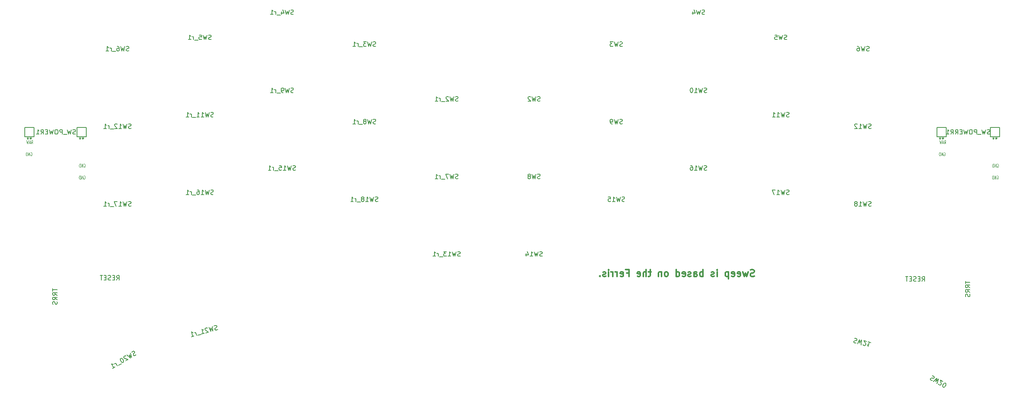
<source format=gbr>
%TF.GenerationSoftware,KiCad,Pcbnew,(6.0.2)*%
%TF.CreationDate,2022-03-10T12:39:36+08:00*%
%TF.ProjectId,sweepv2.1,73776565-7076-4322-9e31-2e6b69636164,rev?*%
%TF.SameCoordinates,Original*%
%TF.FileFunction,Legend,Bot*%
%TF.FilePolarity,Positive*%
%FSLAX46Y46*%
G04 Gerber Fmt 4.6, Leading zero omitted, Abs format (unit mm)*
G04 Created by KiCad (PCBNEW (6.0.2)) date 2022-03-10 12:39:36*
%MOMM*%
%LPD*%
G01*
G04 APERTURE LIST*
%ADD10C,0.300000*%
%ADD11C,0.125000*%
%ADD12C,0.150000*%
G04 APERTURE END LIST*
D10*
X183298571Y-82395142D02*
X183084285Y-82466571D01*
X182727142Y-82466571D01*
X182584285Y-82395142D01*
X182512857Y-82323714D01*
X182441428Y-82180857D01*
X182441428Y-82038000D01*
X182512857Y-81895142D01*
X182584285Y-81823714D01*
X182727142Y-81752285D01*
X183012857Y-81680857D01*
X183155714Y-81609428D01*
X183227142Y-81538000D01*
X183298571Y-81395142D01*
X183298571Y-81252285D01*
X183227142Y-81109428D01*
X183155714Y-81038000D01*
X183012857Y-80966571D01*
X182655714Y-80966571D01*
X182441428Y-81038000D01*
X181941428Y-81466571D02*
X181655714Y-82466571D01*
X181370000Y-81752285D01*
X181084285Y-82466571D01*
X180798571Y-81466571D01*
X179655714Y-82395142D02*
X179798571Y-82466571D01*
X180084285Y-82466571D01*
X180227142Y-82395142D01*
X180298571Y-82252285D01*
X180298571Y-81680857D01*
X180227142Y-81538000D01*
X180084285Y-81466571D01*
X179798571Y-81466571D01*
X179655714Y-81538000D01*
X179584285Y-81680857D01*
X179584285Y-81823714D01*
X180298571Y-81966571D01*
X178370000Y-82395142D02*
X178512857Y-82466571D01*
X178798571Y-82466571D01*
X178941428Y-82395142D01*
X179012857Y-82252285D01*
X179012857Y-81680857D01*
X178941428Y-81538000D01*
X178798571Y-81466571D01*
X178512857Y-81466571D01*
X178370000Y-81538000D01*
X178298571Y-81680857D01*
X178298571Y-81823714D01*
X179012857Y-81966571D01*
X177655714Y-81466571D02*
X177655714Y-82966571D01*
X177655714Y-81538000D02*
X177512857Y-81466571D01*
X177227142Y-81466571D01*
X177084285Y-81538000D01*
X177012857Y-81609428D01*
X176941428Y-81752285D01*
X176941428Y-82180857D01*
X177012857Y-82323714D01*
X177084285Y-82395142D01*
X177227142Y-82466571D01*
X177512857Y-82466571D01*
X177655714Y-82395142D01*
X175155714Y-82466571D02*
X175155714Y-81466571D01*
X175155714Y-80966571D02*
X175227142Y-81038000D01*
X175155714Y-81109428D01*
X175084285Y-81038000D01*
X175155714Y-80966571D01*
X175155714Y-81109428D01*
X174512857Y-82395142D02*
X174370000Y-82466571D01*
X174084285Y-82466571D01*
X173941428Y-82395142D01*
X173870000Y-82252285D01*
X173870000Y-82180857D01*
X173941428Y-82038000D01*
X174084285Y-81966571D01*
X174298571Y-81966571D01*
X174441428Y-81895142D01*
X174512857Y-81752285D01*
X174512857Y-81680857D01*
X174441428Y-81538000D01*
X174298571Y-81466571D01*
X174084285Y-81466571D01*
X173941428Y-81538000D01*
X172084285Y-82466571D02*
X172084285Y-80966571D01*
X172084285Y-81538000D02*
X171941428Y-81466571D01*
X171655714Y-81466571D01*
X171512857Y-81538000D01*
X171441428Y-81609428D01*
X171370000Y-81752285D01*
X171370000Y-82180857D01*
X171441428Y-82323714D01*
X171512857Y-82395142D01*
X171655714Y-82466571D01*
X171941428Y-82466571D01*
X172084285Y-82395142D01*
X170084285Y-82466571D02*
X170084285Y-81680857D01*
X170155714Y-81538000D01*
X170298571Y-81466571D01*
X170584285Y-81466571D01*
X170727142Y-81538000D01*
X170084285Y-82395142D02*
X170227142Y-82466571D01*
X170584285Y-82466571D01*
X170727142Y-82395142D01*
X170798571Y-82252285D01*
X170798571Y-82109428D01*
X170727142Y-81966571D01*
X170584285Y-81895142D01*
X170227142Y-81895142D01*
X170084285Y-81823714D01*
X169441428Y-82395142D02*
X169298571Y-82466571D01*
X169012857Y-82466571D01*
X168870000Y-82395142D01*
X168798571Y-82252285D01*
X168798571Y-82180857D01*
X168870000Y-82038000D01*
X169012857Y-81966571D01*
X169227142Y-81966571D01*
X169370000Y-81895142D01*
X169441428Y-81752285D01*
X169441428Y-81680857D01*
X169370000Y-81538000D01*
X169227142Y-81466571D01*
X169012857Y-81466571D01*
X168870000Y-81538000D01*
X167584285Y-82395142D02*
X167727142Y-82466571D01*
X168012857Y-82466571D01*
X168155714Y-82395142D01*
X168227142Y-82252285D01*
X168227142Y-81680857D01*
X168155714Y-81538000D01*
X168012857Y-81466571D01*
X167727142Y-81466571D01*
X167584285Y-81538000D01*
X167512857Y-81680857D01*
X167512857Y-81823714D01*
X168227142Y-81966571D01*
X166227142Y-82466571D02*
X166227142Y-80966571D01*
X166227142Y-82395142D02*
X166370000Y-82466571D01*
X166655714Y-82466571D01*
X166798571Y-82395142D01*
X166870000Y-82323714D01*
X166941428Y-82180857D01*
X166941428Y-81752285D01*
X166870000Y-81609428D01*
X166798571Y-81538000D01*
X166655714Y-81466571D01*
X166370000Y-81466571D01*
X166227142Y-81538000D01*
X164155714Y-82466571D02*
X164298571Y-82395142D01*
X164370000Y-82323714D01*
X164441428Y-82180857D01*
X164441428Y-81752285D01*
X164370000Y-81609428D01*
X164298571Y-81538000D01*
X164155714Y-81466571D01*
X163941428Y-81466571D01*
X163798571Y-81538000D01*
X163727142Y-81609428D01*
X163655714Y-81752285D01*
X163655714Y-82180857D01*
X163727142Y-82323714D01*
X163798571Y-82395142D01*
X163941428Y-82466571D01*
X164155714Y-82466571D01*
X163012857Y-81466571D02*
X163012857Y-82466571D01*
X163012857Y-81609428D02*
X162941428Y-81538000D01*
X162798571Y-81466571D01*
X162584285Y-81466571D01*
X162441428Y-81538000D01*
X162370000Y-81680857D01*
X162370000Y-82466571D01*
X160727142Y-81466571D02*
X160155714Y-81466571D01*
X160512857Y-80966571D02*
X160512857Y-82252285D01*
X160441428Y-82395142D01*
X160298571Y-82466571D01*
X160155714Y-82466571D01*
X159655714Y-82466571D02*
X159655714Y-80966571D01*
X159012857Y-82466571D02*
X159012857Y-81680857D01*
X159084285Y-81538000D01*
X159227142Y-81466571D01*
X159441428Y-81466571D01*
X159584285Y-81538000D01*
X159655714Y-81609428D01*
X157727142Y-82395142D02*
X157870000Y-82466571D01*
X158155714Y-82466571D01*
X158298571Y-82395142D01*
X158370000Y-82252285D01*
X158370000Y-81680857D01*
X158298571Y-81538000D01*
X158155714Y-81466571D01*
X157870000Y-81466571D01*
X157727142Y-81538000D01*
X157655714Y-81680857D01*
X157655714Y-81823714D01*
X158370000Y-81966571D01*
X155370000Y-81680857D02*
X155870000Y-81680857D01*
X155870000Y-82466571D02*
X155870000Y-80966571D01*
X155155714Y-80966571D01*
X154012857Y-82395142D02*
X154155714Y-82466571D01*
X154441428Y-82466571D01*
X154584285Y-82395142D01*
X154655714Y-82252285D01*
X154655714Y-81680857D01*
X154584285Y-81538000D01*
X154441428Y-81466571D01*
X154155714Y-81466571D01*
X154012857Y-81538000D01*
X153941428Y-81680857D01*
X153941428Y-81823714D01*
X154655714Y-81966571D01*
X153298571Y-82466571D02*
X153298571Y-81466571D01*
X153298571Y-81752285D02*
X153227142Y-81609428D01*
X153155714Y-81538000D01*
X153012857Y-81466571D01*
X152870000Y-81466571D01*
X152370000Y-82466571D02*
X152370000Y-81466571D01*
X152370000Y-81752285D02*
X152298571Y-81609428D01*
X152227142Y-81538000D01*
X152084285Y-81466571D01*
X151941428Y-81466571D01*
X151441428Y-82466571D02*
X151441428Y-81466571D01*
X151441428Y-80966571D02*
X151512857Y-81038000D01*
X151441428Y-81109428D01*
X151370000Y-81038000D01*
X151441428Y-80966571D01*
X151441428Y-81109428D01*
X150798571Y-82395142D02*
X150655714Y-82466571D01*
X150370000Y-82466571D01*
X150227142Y-82395142D01*
X150155714Y-82252285D01*
X150155714Y-82180857D01*
X150227142Y-82038000D01*
X150370000Y-81966571D01*
X150584285Y-81966571D01*
X150727142Y-81895142D01*
X150798571Y-81752285D01*
X150798571Y-81680857D01*
X150727142Y-81538000D01*
X150584285Y-81466571D01*
X150370000Y-81466571D01*
X150227142Y-81538000D01*
X149512857Y-82323714D02*
X149441428Y-82395142D01*
X149512857Y-82466571D01*
X149584285Y-82395142D01*
X149512857Y-82323714D01*
X149512857Y-82466571D01*
D11*
%TO.C,U1*%
X224788952Y-55309000D02*
X224836571Y-55273285D01*
X224908000Y-55273285D01*
X224979428Y-55309000D01*
X225027047Y-55380428D01*
X225050857Y-55451857D01*
X225074666Y-55594714D01*
X225074666Y-55701857D01*
X225050857Y-55844714D01*
X225027047Y-55916142D01*
X224979428Y-55987571D01*
X224908000Y-56023285D01*
X224860380Y-56023285D01*
X224788952Y-55987571D01*
X224765142Y-55951857D01*
X224765142Y-55701857D01*
X224860380Y-55701857D01*
X224550857Y-56023285D02*
X224550857Y-55273285D01*
X224265142Y-56023285D01*
X224265142Y-55273285D01*
X224027047Y-56023285D02*
X224027047Y-55273285D01*
X223908000Y-55273285D01*
X223836571Y-55309000D01*
X223788952Y-55380428D01*
X223765142Y-55451857D01*
X223741333Y-55594714D01*
X223741333Y-55701857D01*
X223765142Y-55844714D01*
X223788952Y-55916142D01*
X223836571Y-55987571D01*
X223908000Y-56023285D01*
X224027047Y-56023285D01*
X236418952Y-60419000D02*
X236466571Y-60383285D01*
X236538000Y-60383285D01*
X236609428Y-60419000D01*
X236657047Y-60490428D01*
X236680857Y-60561857D01*
X236704666Y-60704714D01*
X236704666Y-60811857D01*
X236680857Y-60954714D01*
X236657047Y-61026142D01*
X236609428Y-61097571D01*
X236538000Y-61133285D01*
X236490380Y-61133285D01*
X236418952Y-61097571D01*
X236395142Y-61061857D01*
X236395142Y-60811857D01*
X236490380Y-60811857D01*
X236180857Y-61133285D02*
X236180857Y-60383285D01*
X235895142Y-61133285D01*
X235895142Y-60383285D01*
X235657047Y-61133285D02*
X235657047Y-60383285D01*
X235538000Y-60383285D01*
X235466571Y-60419000D01*
X235418952Y-60490428D01*
X235395142Y-60561857D01*
X235371333Y-60704714D01*
X235371333Y-60811857D01*
X235395142Y-60954714D01*
X235418952Y-61026142D01*
X235466571Y-61097571D01*
X235538000Y-61133285D01*
X235657047Y-61133285D01*
D12*
D11*
X224883238Y-53383285D02*
X225049904Y-53026142D01*
X225168952Y-53383285D02*
X225168952Y-52633285D01*
X224978476Y-52633285D01*
X224930857Y-52669000D01*
X224907047Y-52704714D01*
X224883238Y-52776142D01*
X224883238Y-52883285D01*
X224907047Y-52954714D01*
X224930857Y-52990428D01*
X224978476Y-53026142D01*
X225168952Y-53026142D01*
X224692761Y-53169000D02*
X224454666Y-53169000D01*
X224740380Y-53383285D02*
X224573714Y-52633285D01*
X224407047Y-53383285D01*
X224288000Y-52633285D02*
X224168952Y-53383285D01*
X224073714Y-52847571D01*
X223978476Y-53383285D01*
X223859428Y-52633285D01*
X236438952Y-57839000D02*
X236486571Y-57803285D01*
X236558000Y-57803285D01*
X236629428Y-57839000D01*
X236677047Y-57910428D01*
X236700857Y-57981857D01*
X236724666Y-58124714D01*
X236724666Y-58231857D01*
X236700857Y-58374714D01*
X236677047Y-58446142D01*
X236629428Y-58517571D01*
X236558000Y-58553285D01*
X236510380Y-58553285D01*
X236438952Y-58517571D01*
X236415142Y-58481857D01*
X236415142Y-58231857D01*
X236510380Y-58231857D01*
X236200857Y-58553285D02*
X236200857Y-57803285D01*
X235915142Y-58553285D01*
X235915142Y-57803285D01*
X235677047Y-58553285D02*
X235677047Y-57803285D01*
X235558000Y-57803285D01*
X235486571Y-57839000D01*
X235438952Y-57910428D01*
X235415142Y-57981857D01*
X235391333Y-58124714D01*
X235391333Y-58231857D01*
X235415142Y-58374714D01*
X235438952Y-58446142D01*
X235486571Y-58517571D01*
X235558000Y-58553285D01*
X235677047Y-58553285D01*
D12*
%TO.C,J2*%
X229512880Y-83464595D02*
X229512880Y-84036023D01*
X230512880Y-83750309D02*
X229512880Y-83750309D01*
X230512880Y-84940785D02*
X230036690Y-84607452D01*
X230512880Y-84369357D02*
X229512880Y-84369357D01*
X229512880Y-84750309D01*
X229560500Y-84845547D01*
X229608119Y-84893166D01*
X229703357Y-84940785D01*
X229846214Y-84940785D01*
X229941452Y-84893166D01*
X229989071Y-84845547D01*
X230036690Y-84750309D01*
X230036690Y-84369357D01*
X230512880Y-85940785D02*
X230036690Y-85607452D01*
X230512880Y-85369357D02*
X229512880Y-85369357D01*
X229512880Y-85750309D01*
X229560500Y-85845547D01*
X229608119Y-85893166D01*
X229703357Y-85940785D01*
X229846214Y-85940785D01*
X229941452Y-85893166D01*
X229989071Y-85845547D01*
X230036690Y-85750309D01*
X230036690Y-85369357D01*
X230465261Y-86321738D02*
X230512880Y-86464595D01*
X230512880Y-86702690D01*
X230465261Y-86797928D01*
X230417642Y-86845547D01*
X230322404Y-86893166D01*
X230227166Y-86893166D01*
X230131928Y-86845547D01*
X230084309Y-86797928D01*
X230036690Y-86702690D01*
X229989071Y-86512214D01*
X229941452Y-86416976D01*
X229893833Y-86369357D01*
X229798595Y-86321738D01*
X229703357Y-86321738D01*
X229608119Y-86369357D01*
X229560500Y-86416976D01*
X229512880Y-86512214D01*
X229512880Y-86750309D01*
X229560500Y-86893166D01*
%TO.C,SW16*%
X172905523Y-59120761D02*
X172762666Y-59168380D01*
X172524571Y-59168380D01*
X172429333Y-59120761D01*
X172381714Y-59073142D01*
X172334095Y-58977904D01*
X172334095Y-58882666D01*
X172381714Y-58787428D01*
X172429333Y-58739809D01*
X172524571Y-58692190D01*
X172715047Y-58644571D01*
X172810285Y-58596952D01*
X172857904Y-58549333D01*
X172905523Y-58454095D01*
X172905523Y-58358857D01*
X172857904Y-58263619D01*
X172810285Y-58216000D01*
X172715047Y-58168380D01*
X172476952Y-58168380D01*
X172334095Y-58216000D01*
X172000761Y-58168380D02*
X171762666Y-59168380D01*
X171572190Y-58454095D01*
X171381714Y-59168380D01*
X171143619Y-58168380D01*
X170238857Y-59168380D02*
X170810285Y-59168380D01*
X170524571Y-59168380D02*
X170524571Y-58168380D01*
X170619809Y-58311238D01*
X170715047Y-58406476D01*
X170810285Y-58454095D01*
X169381714Y-58168380D02*
X169572190Y-58168380D01*
X169667428Y-58216000D01*
X169715047Y-58263619D01*
X169810285Y-58406476D01*
X169857904Y-58596952D01*
X169857904Y-58977904D01*
X169810285Y-59073142D01*
X169762666Y-59120761D01*
X169667428Y-59168380D01*
X169476952Y-59168380D01*
X169381714Y-59120761D01*
X169334095Y-59073142D01*
X169286476Y-58977904D01*
X169286476Y-58739809D01*
X169334095Y-58644571D01*
X169381714Y-58596952D01*
X169476952Y-58549333D01*
X169667428Y-58549333D01*
X169762666Y-58596952D01*
X169810285Y-58644571D01*
X169857904Y-58739809D01*
%TO.C,SW20*%
X222243568Y-104229651D02*
X222391095Y-104259840D01*
X222597292Y-104378887D01*
X222655961Y-104467746D01*
X222673391Y-104532795D01*
X222667011Y-104639083D01*
X222619392Y-104721561D01*
X222530534Y-104780230D01*
X222465485Y-104797660D01*
X222359197Y-104791280D01*
X222170430Y-104737282D01*
X222064142Y-104730902D01*
X221999093Y-104748332D01*
X221910235Y-104807001D01*
X221862615Y-104889479D01*
X221856236Y-104995768D01*
X221873666Y-105060816D01*
X221932335Y-105149675D01*
X222138531Y-105268722D01*
X222286059Y-105298912D01*
X222550924Y-105506818D02*
X223257121Y-104759840D01*
X223064935Y-105473667D01*
X223587035Y-104950316D01*
X223293232Y-105935389D01*
X223629526Y-106019577D02*
X223646956Y-106084626D01*
X223705625Y-106173484D01*
X223911821Y-106292532D01*
X224018109Y-106298912D01*
X224083158Y-106281482D01*
X224172017Y-106222813D01*
X224219636Y-106140334D01*
X224249825Y-105992807D01*
X224040668Y-105212221D01*
X224576778Y-105521745D01*
X224612889Y-106697294D02*
X224695368Y-106744913D01*
X224801656Y-106751293D01*
X224866705Y-106733863D01*
X224955563Y-106675194D01*
X225092041Y-106534046D01*
X225211088Y-106327849D01*
X225265087Y-106139083D01*
X225271467Y-106032795D01*
X225254037Y-105967746D01*
X225195368Y-105878887D01*
X225112889Y-105831268D01*
X225006601Y-105824889D01*
X224941552Y-105842318D01*
X224852694Y-105900987D01*
X224716217Y-106042135D01*
X224597169Y-106248332D01*
X224543170Y-106437098D01*
X224536791Y-106543387D01*
X224554220Y-106608435D01*
X224612889Y-106697294D01*
%TO.C,SW15*%
X154905523Y-65978761D02*
X154762666Y-66026380D01*
X154524571Y-66026380D01*
X154429333Y-65978761D01*
X154381714Y-65931142D01*
X154334095Y-65835904D01*
X154334095Y-65740666D01*
X154381714Y-65645428D01*
X154429333Y-65597809D01*
X154524571Y-65550190D01*
X154715047Y-65502571D01*
X154810285Y-65454952D01*
X154857904Y-65407333D01*
X154905523Y-65312095D01*
X154905523Y-65216857D01*
X154857904Y-65121619D01*
X154810285Y-65074000D01*
X154715047Y-65026380D01*
X154476952Y-65026380D01*
X154334095Y-65074000D01*
X154000761Y-65026380D02*
X153762666Y-66026380D01*
X153572190Y-65312095D01*
X153381714Y-66026380D01*
X153143619Y-65026380D01*
X152238857Y-66026380D02*
X152810285Y-66026380D01*
X152524571Y-66026380D02*
X152524571Y-65026380D01*
X152619809Y-65169238D01*
X152715047Y-65264476D01*
X152810285Y-65312095D01*
X151334095Y-65026380D02*
X151810285Y-65026380D01*
X151857904Y-65502571D01*
X151810285Y-65454952D01*
X151715047Y-65407333D01*
X151476952Y-65407333D01*
X151381714Y-65454952D01*
X151334095Y-65502571D01*
X151286476Y-65597809D01*
X151286476Y-65835904D01*
X151334095Y-65931142D01*
X151381714Y-65978761D01*
X151476952Y-66026380D01*
X151715047Y-66026380D01*
X151810285Y-65978761D01*
X151857904Y-65931142D01*
%TO.C,SW21*%
X205279550Y-96057038D02*
X205429864Y-96048016D01*
X205659846Y-96109640D01*
X205739514Y-96180285D01*
X205773186Y-96238607D01*
X205794533Y-96342924D01*
X205769884Y-96434917D01*
X205699238Y-96514585D01*
X205640917Y-96548257D01*
X205536599Y-96569604D01*
X205340289Y-96566302D01*
X205235971Y-96587649D01*
X205177650Y-96621321D01*
X205107004Y-96700989D01*
X205082354Y-96792982D01*
X205103701Y-96897299D01*
X205137373Y-96955621D01*
X205217041Y-97026267D01*
X205447024Y-97087890D01*
X205597338Y-97078868D01*
X205906988Y-97211137D02*
X206395790Y-96306835D01*
X206394905Y-97046081D01*
X206763761Y-96405433D01*
X206734925Y-97432982D01*
X207081550Y-97427262D02*
X207115221Y-97485583D01*
X207194889Y-97556229D01*
X207424872Y-97617853D01*
X207529189Y-97596506D01*
X207587511Y-97562834D01*
X207658157Y-97483166D01*
X207682806Y-97391173D01*
X207673784Y-97240859D01*
X207269723Y-96541005D01*
X207867677Y-96701226D01*
X208787606Y-96947720D02*
X208235648Y-96799824D01*
X208511627Y-96873772D02*
X208252808Y-97839698D01*
X208197789Y-97677059D01*
X208130446Y-97560417D01*
X208050778Y-97489771D01*
%TO.C,SW17*%
X190905523Y-64454761D02*
X190762666Y-64502380D01*
X190524571Y-64502380D01*
X190429333Y-64454761D01*
X190381714Y-64407142D01*
X190334095Y-64311904D01*
X190334095Y-64216666D01*
X190381714Y-64121428D01*
X190429333Y-64073809D01*
X190524571Y-64026190D01*
X190715047Y-63978571D01*
X190810285Y-63930952D01*
X190857904Y-63883333D01*
X190905523Y-63788095D01*
X190905523Y-63692857D01*
X190857904Y-63597619D01*
X190810285Y-63550000D01*
X190715047Y-63502380D01*
X190476952Y-63502380D01*
X190334095Y-63550000D01*
X190000761Y-63502380D02*
X189762666Y-64502380D01*
X189572190Y-63788095D01*
X189381714Y-64502380D01*
X189143619Y-63502380D01*
X188238857Y-64502380D02*
X188810285Y-64502380D01*
X188524571Y-64502380D02*
X188524571Y-63502380D01*
X188619809Y-63645238D01*
X188715047Y-63740476D01*
X188810285Y-63788095D01*
X187905523Y-63502380D02*
X187238857Y-63502380D01*
X187667428Y-64502380D01*
%TO.C,SW18*%
X208885523Y-66994761D02*
X208742666Y-67042380D01*
X208504571Y-67042380D01*
X208409333Y-66994761D01*
X208361714Y-66947142D01*
X208314095Y-66851904D01*
X208314095Y-66756666D01*
X208361714Y-66661428D01*
X208409333Y-66613809D01*
X208504571Y-66566190D01*
X208695047Y-66518571D01*
X208790285Y-66470952D01*
X208837904Y-66423333D01*
X208885523Y-66328095D01*
X208885523Y-66232857D01*
X208837904Y-66137619D01*
X208790285Y-66090000D01*
X208695047Y-66042380D01*
X208456952Y-66042380D01*
X208314095Y-66090000D01*
X207980761Y-66042380D02*
X207742666Y-67042380D01*
X207552190Y-66328095D01*
X207361714Y-67042380D01*
X207123619Y-66042380D01*
X206218857Y-67042380D02*
X206790285Y-67042380D01*
X206504571Y-67042380D02*
X206504571Y-66042380D01*
X206599809Y-66185238D01*
X206695047Y-66280476D01*
X206790285Y-66328095D01*
X205647428Y-66470952D02*
X205742666Y-66423333D01*
X205790285Y-66375714D01*
X205837904Y-66280476D01*
X205837904Y-66232857D01*
X205790285Y-66137619D01*
X205742666Y-66090000D01*
X205647428Y-66042380D01*
X205456952Y-66042380D01*
X205361714Y-66090000D01*
X205314095Y-66137619D01*
X205266476Y-66232857D01*
X205266476Y-66280476D01*
X205314095Y-66375714D01*
X205361714Y-66423333D01*
X205456952Y-66470952D01*
X205647428Y-66470952D01*
X205742666Y-66518571D01*
X205790285Y-66566190D01*
X205837904Y-66661428D01*
X205837904Y-66851904D01*
X205790285Y-66947142D01*
X205742666Y-66994761D01*
X205647428Y-67042380D01*
X205456952Y-67042380D01*
X205361714Y-66994761D01*
X205314095Y-66947142D01*
X205266476Y-66851904D01*
X205266476Y-66661428D01*
X205314095Y-66566190D01*
X205361714Y-66518571D01*
X205456952Y-66470952D01*
%TO.C,SW4*%
X172429333Y-24986761D02*
X172286476Y-25034380D01*
X172048380Y-25034380D01*
X171953142Y-24986761D01*
X171905523Y-24939142D01*
X171857904Y-24843904D01*
X171857904Y-24748666D01*
X171905523Y-24653428D01*
X171953142Y-24605809D01*
X172048380Y-24558190D01*
X172238857Y-24510571D01*
X172334095Y-24462952D01*
X172381714Y-24415333D01*
X172429333Y-24320095D01*
X172429333Y-24224857D01*
X172381714Y-24129619D01*
X172334095Y-24082000D01*
X172238857Y-24034380D01*
X172000761Y-24034380D01*
X171857904Y-24082000D01*
X171524571Y-24034380D02*
X171286476Y-25034380D01*
X171096000Y-24320095D01*
X170905523Y-25034380D01*
X170667428Y-24034380D01*
X169857904Y-24367714D02*
X169857904Y-25034380D01*
X170096000Y-23986761D02*
X170334095Y-24701047D01*
X169715047Y-24701047D01*
%TO.C,SW3*%
X154429333Y-31986761D02*
X154286476Y-32034380D01*
X154048380Y-32034380D01*
X153953142Y-31986761D01*
X153905523Y-31939142D01*
X153857904Y-31843904D01*
X153857904Y-31748666D01*
X153905523Y-31653428D01*
X153953142Y-31605809D01*
X154048380Y-31558190D01*
X154238857Y-31510571D01*
X154334095Y-31462952D01*
X154381714Y-31415333D01*
X154429333Y-31320095D01*
X154429333Y-31224857D01*
X154381714Y-31129619D01*
X154334095Y-31082000D01*
X154238857Y-31034380D01*
X154000761Y-31034380D01*
X153857904Y-31082000D01*
X153524571Y-31034380D02*
X153286476Y-32034380D01*
X153096000Y-31320095D01*
X152905523Y-32034380D01*
X152667428Y-31034380D01*
X152381714Y-31034380D02*
X151762666Y-31034380D01*
X152096000Y-31415333D01*
X151953142Y-31415333D01*
X151857904Y-31462952D01*
X151810285Y-31510571D01*
X151762666Y-31605809D01*
X151762666Y-31843904D01*
X151810285Y-31939142D01*
X151857904Y-31986761D01*
X151953142Y-32034380D01*
X152238857Y-32034380D01*
X152334095Y-31986761D01*
X152381714Y-31939142D01*
%TO.C,SW9*%
X154429333Y-48960761D02*
X154286476Y-49008380D01*
X154048380Y-49008380D01*
X153953142Y-48960761D01*
X153905523Y-48913142D01*
X153857904Y-48817904D01*
X153857904Y-48722666D01*
X153905523Y-48627428D01*
X153953142Y-48579809D01*
X154048380Y-48532190D01*
X154238857Y-48484571D01*
X154334095Y-48436952D01*
X154381714Y-48389333D01*
X154429333Y-48294095D01*
X154429333Y-48198857D01*
X154381714Y-48103619D01*
X154334095Y-48056000D01*
X154238857Y-48008380D01*
X154000761Y-48008380D01*
X153857904Y-48056000D01*
X153524571Y-48008380D02*
X153286476Y-49008380D01*
X153096000Y-48294095D01*
X152905523Y-49008380D01*
X152667428Y-48008380D01*
X152238857Y-49008380D02*
X152048380Y-49008380D01*
X151953142Y-48960761D01*
X151905523Y-48913142D01*
X151810285Y-48770285D01*
X151762666Y-48579809D01*
X151762666Y-48198857D01*
X151810285Y-48103619D01*
X151857904Y-48056000D01*
X151953142Y-48008380D01*
X152143619Y-48008380D01*
X152238857Y-48056000D01*
X152286476Y-48103619D01*
X152334095Y-48198857D01*
X152334095Y-48436952D01*
X152286476Y-48532190D01*
X152238857Y-48579809D01*
X152143619Y-48627428D01*
X151953142Y-48627428D01*
X151857904Y-48579809D01*
X151810285Y-48532190D01*
X151762666Y-48436952D01*
%TO.C,SW14*%
X136905523Y-77986761D02*
X136762666Y-78034380D01*
X136524571Y-78034380D01*
X136429333Y-77986761D01*
X136381714Y-77939142D01*
X136334095Y-77843904D01*
X136334095Y-77748666D01*
X136381714Y-77653428D01*
X136429333Y-77605809D01*
X136524571Y-77558190D01*
X136715047Y-77510571D01*
X136810285Y-77462952D01*
X136857904Y-77415333D01*
X136905523Y-77320095D01*
X136905523Y-77224857D01*
X136857904Y-77129619D01*
X136810285Y-77082000D01*
X136715047Y-77034380D01*
X136476952Y-77034380D01*
X136334095Y-77082000D01*
X136000761Y-77034380D02*
X135762666Y-78034380D01*
X135572190Y-77320095D01*
X135381714Y-78034380D01*
X135143619Y-77034380D01*
X134238857Y-78034380D02*
X134810285Y-78034380D01*
X134524571Y-78034380D02*
X134524571Y-77034380D01*
X134619809Y-77177238D01*
X134715047Y-77272476D01*
X134810285Y-77320095D01*
X133381714Y-77367714D02*
X133381714Y-78034380D01*
X133619809Y-76986761D02*
X133857904Y-77701047D01*
X133238857Y-77701047D01*
%TO.C,SW12*%
X208885523Y-49976761D02*
X208742666Y-50024380D01*
X208504571Y-50024380D01*
X208409333Y-49976761D01*
X208361714Y-49929142D01*
X208314095Y-49833904D01*
X208314095Y-49738666D01*
X208361714Y-49643428D01*
X208409333Y-49595809D01*
X208504571Y-49548190D01*
X208695047Y-49500571D01*
X208790285Y-49452952D01*
X208837904Y-49405333D01*
X208885523Y-49310095D01*
X208885523Y-49214857D01*
X208837904Y-49119619D01*
X208790285Y-49072000D01*
X208695047Y-49024380D01*
X208456952Y-49024380D01*
X208314095Y-49072000D01*
X207980761Y-49024380D02*
X207742666Y-50024380D01*
X207552190Y-49310095D01*
X207361714Y-50024380D01*
X207123619Y-49024380D01*
X206218857Y-50024380D02*
X206790285Y-50024380D01*
X206504571Y-50024380D02*
X206504571Y-49024380D01*
X206599809Y-49167238D01*
X206695047Y-49262476D01*
X206790285Y-49310095D01*
X205837904Y-49119619D02*
X205790285Y-49072000D01*
X205695047Y-49024380D01*
X205456952Y-49024380D01*
X205361714Y-49072000D01*
X205314095Y-49119619D01*
X205266476Y-49214857D01*
X205266476Y-49310095D01*
X205314095Y-49452952D01*
X205885523Y-50024380D01*
X205266476Y-50024380D01*
%TO.C,SW11*%
X190905523Y-47436761D02*
X190762666Y-47484380D01*
X190524571Y-47484380D01*
X190429333Y-47436761D01*
X190381714Y-47389142D01*
X190334095Y-47293904D01*
X190334095Y-47198666D01*
X190381714Y-47103428D01*
X190429333Y-47055809D01*
X190524571Y-47008190D01*
X190715047Y-46960571D01*
X190810285Y-46912952D01*
X190857904Y-46865333D01*
X190905523Y-46770095D01*
X190905523Y-46674857D01*
X190857904Y-46579619D01*
X190810285Y-46532000D01*
X190715047Y-46484380D01*
X190476952Y-46484380D01*
X190334095Y-46532000D01*
X190000761Y-46484380D02*
X189762666Y-47484380D01*
X189572190Y-46770095D01*
X189381714Y-47484380D01*
X189143619Y-46484380D01*
X188238857Y-47484380D02*
X188810285Y-47484380D01*
X188524571Y-47484380D02*
X188524571Y-46484380D01*
X188619809Y-46627238D01*
X188715047Y-46722476D01*
X188810285Y-46770095D01*
X187286476Y-47484380D02*
X187857904Y-47484380D01*
X187572190Y-47484380D02*
X187572190Y-46484380D01*
X187667428Y-46627238D01*
X187762666Y-46722476D01*
X187857904Y-46770095D01*
%TO.C,SW8*%
X136429333Y-60986761D02*
X136286476Y-61034380D01*
X136048380Y-61034380D01*
X135953142Y-60986761D01*
X135905523Y-60939142D01*
X135857904Y-60843904D01*
X135857904Y-60748666D01*
X135905523Y-60653428D01*
X135953142Y-60605809D01*
X136048380Y-60558190D01*
X136238857Y-60510571D01*
X136334095Y-60462952D01*
X136381714Y-60415333D01*
X136429333Y-60320095D01*
X136429333Y-60224857D01*
X136381714Y-60129619D01*
X136334095Y-60082000D01*
X136238857Y-60034380D01*
X136000761Y-60034380D01*
X135857904Y-60082000D01*
X135524571Y-60034380D02*
X135286476Y-61034380D01*
X135096000Y-60320095D01*
X134905523Y-61034380D01*
X134667428Y-60034380D01*
X134143619Y-60462952D02*
X134238857Y-60415333D01*
X134286476Y-60367714D01*
X134334095Y-60272476D01*
X134334095Y-60224857D01*
X134286476Y-60129619D01*
X134238857Y-60082000D01*
X134143619Y-60034380D01*
X133953142Y-60034380D01*
X133857904Y-60082000D01*
X133810285Y-60129619D01*
X133762666Y-60224857D01*
X133762666Y-60272476D01*
X133810285Y-60367714D01*
X133857904Y-60415333D01*
X133953142Y-60462952D01*
X134143619Y-60462952D01*
X134238857Y-60510571D01*
X134286476Y-60558190D01*
X134334095Y-60653428D01*
X134334095Y-60843904D01*
X134286476Y-60939142D01*
X134238857Y-60986761D01*
X134143619Y-61034380D01*
X133953142Y-61034380D01*
X133857904Y-60986761D01*
X133810285Y-60939142D01*
X133762666Y-60843904D01*
X133762666Y-60653428D01*
X133810285Y-60558190D01*
X133857904Y-60510571D01*
X133953142Y-60462952D01*
%TO.C,SW6*%
X208429333Y-32986761D02*
X208286476Y-33034380D01*
X208048380Y-33034380D01*
X207953142Y-32986761D01*
X207905523Y-32939142D01*
X207857904Y-32843904D01*
X207857904Y-32748666D01*
X207905523Y-32653428D01*
X207953142Y-32605809D01*
X208048380Y-32558190D01*
X208238857Y-32510571D01*
X208334095Y-32462952D01*
X208381714Y-32415333D01*
X208429333Y-32320095D01*
X208429333Y-32224857D01*
X208381714Y-32129619D01*
X208334095Y-32082000D01*
X208238857Y-32034380D01*
X208000761Y-32034380D01*
X207857904Y-32082000D01*
X207524571Y-32034380D02*
X207286476Y-33034380D01*
X207096000Y-32320095D01*
X206905523Y-33034380D01*
X206667428Y-32034380D01*
X205857904Y-32034380D02*
X206048380Y-32034380D01*
X206143619Y-32082000D01*
X206191238Y-32129619D01*
X206286476Y-32272476D01*
X206334095Y-32462952D01*
X206334095Y-32843904D01*
X206286476Y-32939142D01*
X206238857Y-32986761D01*
X206143619Y-33034380D01*
X205953142Y-33034380D01*
X205857904Y-32986761D01*
X205810285Y-32939142D01*
X205762666Y-32843904D01*
X205762666Y-32605809D01*
X205810285Y-32510571D01*
X205857904Y-32462952D01*
X205953142Y-32415333D01*
X206143619Y-32415333D01*
X206238857Y-32462952D01*
X206286476Y-32510571D01*
X206334095Y-32605809D01*
%TO.C,SW5*%
X190429333Y-30486761D02*
X190286476Y-30534380D01*
X190048380Y-30534380D01*
X189953142Y-30486761D01*
X189905523Y-30439142D01*
X189857904Y-30343904D01*
X189857904Y-30248666D01*
X189905523Y-30153428D01*
X189953142Y-30105809D01*
X190048380Y-30058190D01*
X190238857Y-30010571D01*
X190334095Y-29962952D01*
X190381714Y-29915333D01*
X190429333Y-29820095D01*
X190429333Y-29724857D01*
X190381714Y-29629619D01*
X190334095Y-29582000D01*
X190238857Y-29534380D01*
X190000761Y-29534380D01*
X189857904Y-29582000D01*
X189524571Y-29534380D02*
X189286476Y-30534380D01*
X189096000Y-29820095D01*
X188905523Y-30534380D01*
X188667428Y-29534380D01*
X187810285Y-29534380D02*
X188286476Y-29534380D01*
X188334095Y-30010571D01*
X188286476Y-29962952D01*
X188191238Y-29915333D01*
X187953142Y-29915333D01*
X187857904Y-29962952D01*
X187810285Y-30010571D01*
X187762666Y-30105809D01*
X187762666Y-30343904D01*
X187810285Y-30439142D01*
X187857904Y-30486761D01*
X187953142Y-30534380D01*
X188191238Y-30534380D01*
X188286476Y-30486761D01*
X188334095Y-30439142D01*
%TO.C,SW2*%
X136429333Y-43986761D02*
X136286476Y-44034380D01*
X136048380Y-44034380D01*
X135953142Y-43986761D01*
X135905523Y-43939142D01*
X135857904Y-43843904D01*
X135857904Y-43748666D01*
X135905523Y-43653428D01*
X135953142Y-43605809D01*
X136048380Y-43558190D01*
X136238857Y-43510571D01*
X136334095Y-43462952D01*
X136381714Y-43415333D01*
X136429333Y-43320095D01*
X136429333Y-43224857D01*
X136381714Y-43129619D01*
X136334095Y-43082000D01*
X136238857Y-43034380D01*
X136000761Y-43034380D01*
X135857904Y-43082000D01*
X135524571Y-43034380D02*
X135286476Y-44034380D01*
X135096000Y-43320095D01*
X134905523Y-44034380D01*
X134667428Y-43034380D01*
X134334095Y-43129619D02*
X134286476Y-43082000D01*
X134191238Y-43034380D01*
X133953142Y-43034380D01*
X133857904Y-43082000D01*
X133810285Y-43129619D01*
X133762666Y-43224857D01*
X133762666Y-43320095D01*
X133810285Y-43462952D01*
X134381714Y-44034380D01*
X133762666Y-44034380D01*
%TO.C,RSW1*%
X220019380Y-83510380D02*
X220352714Y-83034190D01*
X220590809Y-83510380D02*
X220590809Y-82510380D01*
X220209857Y-82510380D01*
X220114619Y-82558000D01*
X220067000Y-82605619D01*
X220019380Y-82700857D01*
X220019380Y-82843714D01*
X220067000Y-82938952D01*
X220114619Y-82986571D01*
X220209857Y-83034190D01*
X220590809Y-83034190D01*
X219590809Y-82986571D02*
X219257476Y-82986571D01*
X219114619Y-83510380D02*
X219590809Y-83510380D01*
X219590809Y-82510380D01*
X219114619Y-82510380D01*
X218733666Y-83462761D02*
X218590809Y-83510380D01*
X218352714Y-83510380D01*
X218257476Y-83462761D01*
X218209857Y-83415142D01*
X218162238Y-83319904D01*
X218162238Y-83224666D01*
X218209857Y-83129428D01*
X218257476Y-83081809D01*
X218352714Y-83034190D01*
X218543190Y-82986571D01*
X218638428Y-82938952D01*
X218686047Y-82891333D01*
X218733666Y-82796095D01*
X218733666Y-82700857D01*
X218686047Y-82605619D01*
X218638428Y-82558000D01*
X218543190Y-82510380D01*
X218305095Y-82510380D01*
X218162238Y-82558000D01*
X217733666Y-82986571D02*
X217400333Y-82986571D01*
X217257476Y-83510380D02*
X217733666Y-83510380D01*
X217733666Y-82510380D01*
X217257476Y-82510380D01*
X216971761Y-82510380D02*
X216400333Y-82510380D01*
X216686047Y-83510380D02*
X216686047Y-82510380D01*
%TO.C,SW10*%
X172905523Y-42102761D02*
X172762666Y-42150380D01*
X172524571Y-42150380D01*
X172429333Y-42102761D01*
X172381714Y-42055142D01*
X172334095Y-41959904D01*
X172334095Y-41864666D01*
X172381714Y-41769428D01*
X172429333Y-41721809D01*
X172524571Y-41674190D01*
X172715047Y-41626571D01*
X172810285Y-41578952D01*
X172857904Y-41531333D01*
X172905523Y-41436095D01*
X172905523Y-41340857D01*
X172857904Y-41245619D01*
X172810285Y-41198000D01*
X172715047Y-41150380D01*
X172476952Y-41150380D01*
X172334095Y-41198000D01*
X172000761Y-41150380D02*
X171762666Y-42150380D01*
X171572190Y-41436095D01*
X171381714Y-42150380D01*
X171143619Y-41150380D01*
X170238857Y-42150380D02*
X170810285Y-42150380D01*
X170524571Y-42150380D02*
X170524571Y-41150380D01*
X170619809Y-41293238D01*
X170715047Y-41388476D01*
X170810285Y-41436095D01*
X169619809Y-41150380D02*
X169524571Y-41150380D01*
X169429333Y-41198000D01*
X169381714Y-41245619D01*
X169334095Y-41340857D01*
X169286476Y-41531333D01*
X169286476Y-41769428D01*
X169334095Y-41959904D01*
X169381714Y-42055142D01*
X169429333Y-42102761D01*
X169524571Y-42150380D01*
X169619809Y-42150380D01*
X169715047Y-42102761D01*
X169762666Y-42055142D01*
X169810285Y-41959904D01*
X169857904Y-41769428D01*
X169857904Y-41531333D01*
X169810285Y-41340857D01*
X169762666Y-41245619D01*
X169715047Y-41198000D01*
X169619809Y-41150380D01*
%TO.C,Bat+r1*%
X236275638Y-52005895D02*
X236275638Y-52199419D01*
X236469161Y-52122009D02*
X236275638Y-52199419D01*
X236082114Y-52122009D01*
X236391752Y-52354238D02*
X236275638Y-52199419D01*
X236159523Y-52354238D01*
X235656361Y-52005895D02*
X235656361Y-52199419D01*
X235849885Y-52122009D02*
X235656361Y-52199419D01*
X235462838Y-52122009D01*
X235772476Y-52354238D02*
X235656361Y-52199419D01*
X235540247Y-52354238D01*
%TO.C,BatGND1*%
X224591638Y-52005895D02*
X224591638Y-52199419D01*
X224785161Y-52122009D02*
X224591638Y-52199419D01*
X224398114Y-52122009D01*
X224707752Y-52354238D02*
X224591638Y-52199419D01*
X224475523Y-52354238D01*
X223972361Y-52005895D02*
X223972361Y-52199419D01*
X224165885Y-52122009D02*
X223972361Y-52199419D01*
X223778838Y-52122009D01*
X224088476Y-52354238D02*
X223972361Y-52199419D01*
X223856247Y-52354238D01*
D11*
%TO.C,U2*%
X36586952Y-57839000D02*
X36634571Y-57803285D01*
X36706000Y-57803285D01*
X36777428Y-57839000D01*
X36825047Y-57910428D01*
X36848857Y-57981857D01*
X36872666Y-58124714D01*
X36872666Y-58231857D01*
X36848857Y-58374714D01*
X36825047Y-58446142D01*
X36777428Y-58517571D01*
X36706000Y-58553285D01*
X36658380Y-58553285D01*
X36586952Y-58517571D01*
X36563142Y-58481857D01*
X36563142Y-58231857D01*
X36658380Y-58231857D01*
X36348857Y-58553285D02*
X36348857Y-57803285D01*
X36063142Y-58553285D01*
X36063142Y-57803285D01*
X35825047Y-58553285D02*
X35825047Y-57803285D01*
X35706000Y-57803285D01*
X35634571Y-57839000D01*
X35586952Y-57910428D01*
X35563142Y-57981857D01*
X35539333Y-58124714D01*
X35539333Y-58231857D01*
X35563142Y-58374714D01*
X35586952Y-58446142D01*
X35634571Y-58517571D01*
X35706000Y-58553285D01*
X35825047Y-58553285D01*
X36566952Y-60419000D02*
X36614571Y-60383285D01*
X36686000Y-60383285D01*
X36757428Y-60419000D01*
X36805047Y-60490428D01*
X36828857Y-60561857D01*
X36852666Y-60704714D01*
X36852666Y-60811857D01*
X36828857Y-60954714D01*
X36805047Y-61026142D01*
X36757428Y-61097571D01*
X36686000Y-61133285D01*
X36638380Y-61133285D01*
X36566952Y-61097571D01*
X36543142Y-61061857D01*
X36543142Y-60811857D01*
X36638380Y-60811857D01*
X36328857Y-61133285D02*
X36328857Y-60383285D01*
X36043142Y-61133285D01*
X36043142Y-60383285D01*
X35805047Y-61133285D02*
X35805047Y-60383285D01*
X35686000Y-60383285D01*
X35614571Y-60419000D01*
X35566952Y-60490428D01*
X35543142Y-60561857D01*
X35519333Y-60704714D01*
X35519333Y-60811857D01*
X35543142Y-60954714D01*
X35566952Y-61026142D01*
X35614571Y-61097571D01*
X35686000Y-61133285D01*
X35805047Y-61133285D01*
X24936952Y-55309000D02*
X24984571Y-55273285D01*
X25056000Y-55273285D01*
X25127428Y-55309000D01*
X25175047Y-55380428D01*
X25198857Y-55451857D01*
X25222666Y-55594714D01*
X25222666Y-55701857D01*
X25198857Y-55844714D01*
X25175047Y-55916142D01*
X25127428Y-55987571D01*
X25056000Y-56023285D01*
X25008380Y-56023285D01*
X24936952Y-55987571D01*
X24913142Y-55951857D01*
X24913142Y-55701857D01*
X25008380Y-55701857D01*
X24698857Y-56023285D02*
X24698857Y-55273285D01*
X24413142Y-56023285D01*
X24413142Y-55273285D01*
X24175047Y-56023285D02*
X24175047Y-55273285D01*
X24056000Y-55273285D01*
X23984571Y-55309000D01*
X23936952Y-55380428D01*
X23913142Y-55451857D01*
X23889333Y-55594714D01*
X23889333Y-55701857D01*
X23913142Y-55844714D01*
X23936952Y-55916142D01*
X23984571Y-55987571D01*
X24056000Y-56023285D01*
X24175047Y-56023285D01*
X25031238Y-53383285D02*
X25197904Y-53026142D01*
X25316952Y-53383285D02*
X25316952Y-52633285D01*
X25126476Y-52633285D01*
X25078857Y-52669000D01*
X25055047Y-52704714D01*
X25031238Y-52776142D01*
X25031238Y-52883285D01*
X25055047Y-52954714D01*
X25078857Y-52990428D01*
X25126476Y-53026142D01*
X25316952Y-53026142D01*
X24840761Y-53169000D02*
X24602666Y-53169000D01*
X24888380Y-53383285D02*
X24721714Y-52633285D01*
X24555047Y-53383285D01*
X24436000Y-52633285D02*
X24316952Y-53383285D01*
X24221714Y-52847571D01*
X24126476Y-53383285D01*
X24007428Y-52633285D01*
D12*
%TO.C,J1*%
X29741880Y-85115595D02*
X29741880Y-85687023D01*
X30741880Y-85401309D02*
X29741880Y-85401309D01*
X30741880Y-86591785D02*
X30265690Y-86258452D01*
X30741880Y-86020357D02*
X29741880Y-86020357D01*
X29741880Y-86401309D01*
X29789500Y-86496547D01*
X29837119Y-86544166D01*
X29932357Y-86591785D01*
X30075214Y-86591785D01*
X30170452Y-86544166D01*
X30218071Y-86496547D01*
X30265690Y-86401309D01*
X30265690Y-86020357D01*
X30741880Y-87591785D02*
X30265690Y-87258452D01*
X30741880Y-87020357D02*
X29741880Y-87020357D01*
X29741880Y-87401309D01*
X29789500Y-87496547D01*
X29837119Y-87544166D01*
X29932357Y-87591785D01*
X30075214Y-87591785D01*
X30170452Y-87544166D01*
X30218071Y-87496547D01*
X30265690Y-87401309D01*
X30265690Y-87020357D01*
X30694261Y-87972738D02*
X30741880Y-88115595D01*
X30741880Y-88353690D01*
X30694261Y-88448928D01*
X30646642Y-88496547D01*
X30551404Y-88544166D01*
X30456166Y-88544166D01*
X30360928Y-88496547D01*
X30313309Y-88448928D01*
X30265690Y-88353690D01*
X30218071Y-88163214D01*
X30170452Y-88067976D01*
X30122833Y-88020357D01*
X30027595Y-87972738D01*
X29932357Y-87972738D01*
X29837119Y-88020357D01*
X29789500Y-88067976D01*
X29741880Y-88163214D01*
X29741880Y-88401309D01*
X29789500Y-88544166D01*
%TO.C,SW17_r1*%
X46902190Y-66994761D02*
X46759333Y-67042380D01*
X46521238Y-67042380D01*
X46426000Y-66994761D01*
X46378380Y-66947142D01*
X46330761Y-66851904D01*
X46330761Y-66756666D01*
X46378380Y-66661428D01*
X46426000Y-66613809D01*
X46521238Y-66566190D01*
X46711714Y-66518571D01*
X46806952Y-66470952D01*
X46854571Y-66423333D01*
X46902190Y-66328095D01*
X46902190Y-66232857D01*
X46854571Y-66137619D01*
X46806952Y-66090000D01*
X46711714Y-66042380D01*
X46473619Y-66042380D01*
X46330761Y-66090000D01*
X45997428Y-66042380D02*
X45759333Y-67042380D01*
X45568857Y-66328095D01*
X45378380Y-67042380D01*
X45140285Y-66042380D01*
X44235523Y-67042380D02*
X44806952Y-67042380D01*
X44521238Y-67042380D02*
X44521238Y-66042380D01*
X44616476Y-66185238D01*
X44711714Y-66280476D01*
X44806952Y-66328095D01*
X43902190Y-66042380D02*
X43235523Y-66042380D01*
X43664095Y-67042380D01*
X43092666Y-67137619D02*
X42330761Y-67137619D01*
X42092666Y-67042380D02*
X42092666Y-66375714D01*
X42092666Y-66566190D02*
X42045047Y-66470952D01*
X41997428Y-66423333D01*
X41902190Y-66375714D01*
X41806952Y-66375714D01*
X40949809Y-67042380D02*
X41521238Y-67042380D01*
X41235523Y-67042380D02*
X41235523Y-66042380D01*
X41330761Y-66185238D01*
X41426000Y-66280476D01*
X41521238Y-66328095D01*
%TO.C,SW11_r1*%
X64916190Y-47436761D02*
X64773333Y-47484380D01*
X64535238Y-47484380D01*
X64440000Y-47436761D01*
X64392380Y-47389142D01*
X64344761Y-47293904D01*
X64344761Y-47198666D01*
X64392380Y-47103428D01*
X64440000Y-47055809D01*
X64535238Y-47008190D01*
X64725714Y-46960571D01*
X64820952Y-46912952D01*
X64868571Y-46865333D01*
X64916190Y-46770095D01*
X64916190Y-46674857D01*
X64868571Y-46579619D01*
X64820952Y-46532000D01*
X64725714Y-46484380D01*
X64487619Y-46484380D01*
X64344761Y-46532000D01*
X64011428Y-46484380D02*
X63773333Y-47484380D01*
X63582857Y-46770095D01*
X63392380Y-47484380D01*
X63154285Y-46484380D01*
X62249523Y-47484380D02*
X62820952Y-47484380D01*
X62535238Y-47484380D02*
X62535238Y-46484380D01*
X62630476Y-46627238D01*
X62725714Y-46722476D01*
X62820952Y-46770095D01*
X61297142Y-47484380D02*
X61868571Y-47484380D01*
X61582857Y-47484380D02*
X61582857Y-46484380D01*
X61678095Y-46627238D01*
X61773333Y-46722476D01*
X61868571Y-46770095D01*
X61106666Y-47579619D02*
X60344761Y-47579619D01*
X60106666Y-47484380D02*
X60106666Y-46817714D01*
X60106666Y-47008190D02*
X60059047Y-46912952D01*
X60011428Y-46865333D01*
X59916190Y-46817714D01*
X59820952Y-46817714D01*
X58963809Y-47484380D02*
X59535238Y-47484380D01*
X59249523Y-47484380D02*
X59249523Y-46484380D01*
X59344761Y-46627238D01*
X59440000Y-46722476D01*
X59535238Y-46770095D01*
%TO.C,SW15_r1*%
X82904190Y-59120761D02*
X82761333Y-59168380D01*
X82523238Y-59168380D01*
X82428000Y-59120761D01*
X82380380Y-59073142D01*
X82332761Y-58977904D01*
X82332761Y-58882666D01*
X82380380Y-58787428D01*
X82428000Y-58739809D01*
X82523238Y-58692190D01*
X82713714Y-58644571D01*
X82808952Y-58596952D01*
X82856571Y-58549333D01*
X82904190Y-58454095D01*
X82904190Y-58358857D01*
X82856571Y-58263619D01*
X82808952Y-58216000D01*
X82713714Y-58168380D01*
X82475619Y-58168380D01*
X82332761Y-58216000D01*
X81999428Y-58168380D02*
X81761333Y-59168380D01*
X81570857Y-58454095D01*
X81380380Y-59168380D01*
X81142285Y-58168380D01*
X80237523Y-59168380D02*
X80808952Y-59168380D01*
X80523238Y-59168380D02*
X80523238Y-58168380D01*
X80618476Y-58311238D01*
X80713714Y-58406476D01*
X80808952Y-58454095D01*
X79332761Y-58168380D02*
X79808952Y-58168380D01*
X79856571Y-58644571D01*
X79808952Y-58596952D01*
X79713714Y-58549333D01*
X79475619Y-58549333D01*
X79380380Y-58596952D01*
X79332761Y-58644571D01*
X79285142Y-58739809D01*
X79285142Y-58977904D01*
X79332761Y-59073142D01*
X79380380Y-59120761D01*
X79475619Y-59168380D01*
X79713714Y-59168380D01*
X79808952Y-59120761D01*
X79856571Y-59073142D01*
X79094666Y-59263619D02*
X78332761Y-59263619D01*
X78094666Y-59168380D02*
X78094666Y-58501714D01*
X78094666Y-58692190D02*
X78047047Y-58596952D01*
X77999428Y-58549333D01*
X77904190Y-58501714D01*
X77808952Y-58501714D01*
X76951809Y-59168380D02*
X77523238Y-59168380D01*
X77237523Y-59168380D02*
X77237523Y-58168380D01*
X77332761Y-58311238D01*
X77428000Y-58406476D01*
X77523238Y-58454095D01*
%TO.C,SW18_r1*%
X100930190Y-65978761D02*
X100787333Y-66026380D01*
X100549238Y-66026380D01*
X100454000Y-65978761D01*
X100406380Y-65931142D01*
X100358761Y-65835904D01*
X100358761Y-65740666D01*
X100406380Y-65645428D01*
X100454000Y-65597809D01*
X100549238Y-65550190D01*
X100739714Y-65502571D01*
X100834952Y-65454952D01*
X100882571Y-65407333D01*
X100930190Y-65312095D01*
X100930190Y-65216857D01*
X100882571Y-65121619D01*
X100834952Y-65074000D01*
X100739714Y-65026380D01*
X100501619Y-65026380D01*
X100358761Y-65074000D01*
X100025428Y-65026380D02*
X99787333Y-66026380D01*
X99596857Y-65312095D01*
X99406380Y-66026380D01*
X99168285Y-65026380D01*
X98263523Y-66026380D02*
X98834952Y-66026380D01*
X98549238Y-66026380D02*
X98549238Y-65026380D01*
X98644476Y-65169238D01*
X98739714Y-65264476D01*
X98834952Y-65312095D01*
X97692095Y-65454952D02*
X97787333Y-65407333D01*
X97834952Y-65359714D01*
X97882571Y-65264476D01*
X97882571Y-65216857D01*
X97834952Y-65121619D01*
X97787333Y-65074000D01*
X97692095Y-65026380D01*
X97501619Y-65026380D01*
X97406380Y-65074000D01*
X97358761Y-65121619D01*
X97311142Y-65216857D01*
X97311142Y-65264476D01*
X97358761Y-65359714D01*
X97406380Y-65407333D01*
X97501619Y-65454952D01*
X97692095Y-65454952D01*
X97787333Y-65502571D01*
X97834952Y-65550190D01*
X97882571Y-65645428D01*
X97882571Y-65835904D01*
X97834952Y-65931142D01*
X97787333Y-65978761D01*
X97692095Y-66026380D01*
X97501619Y-66026380D01*
X97406380Y-65978761D01*
X97358761Y-65931142D01*
X97311142Y-65835904D01*
X97311142Y-65645428D01*
X97358761Y-65550190D01*
X97406380Y-65502571D01*
X97501619Y-65454952D01*
X97120666Y-66121619D02*
X96358761Y-66121619D01*
X96120666Y-66026380D02*
X96120666Y-65359714D01*
X96120666Y-65550190D02*
X96073047Y-65454952D01*
X96025428Y-65407333D01*
X95930190Y-65359714D01*
X95834952Y-65359714D01*
X94977809Y-66026380D02*
X95549238Y-66026380D01*
X95263523Y-66026380D02*
X95263523Y-65026380D01*
X95358761Y-65169238D01*
X95454000Y-65264476D01*
X95549238Y-65312095D01*
%TO.C,SW6_r1*%
X46426000Y-32986761D02*
X46283142Y-33034380D01*
X46045047Y-33034380D01*
X45949809Y-32986761D01*
X45902190Y-32939142D01*
X45854571Y-32843904D01*
X45854571Y-32748666D01*
X45902190Y-32653428D01*
X45949809Y-32605809D01*
X46045047Y-32558190D01*
X46235523Y-32510571D01*
X46330761Y-32462952D01*
X46378380Y-32415333D01*
X46426000Y-32320095D01*
X46426000Y-32224857D01*
X46378380Y-32129619D01*
X46330761Y-32082000D01*
X46235523Y-32034380D01*
X45997428Y-32034380D01*
X45854571Y-32082000D01*
X45521238Y-32034380D02*
X45283142Y-33034380D01*
X45092666Y-32320095D01*
X44902190Y-33034380D01*
X44664095Y-32034380D01*
X43854571Y-32034380D02*
X44045047Y-32034380D01*
X44140285Y-32082000D01*
X44187904Y-32129619D01*
X44283142Y-32272476D01*
X44330761Y-32462952D01*
X44330761Y-32843904D01*
X44283142Y-32939142D01*
X44235523Y-32986761D01*
X44140285Y-33034380D01*
X43949809Y-33034380D01*
X43854571Y-32986761D01*
X43806952Y-32939142D01*
X43759333Y-32843904D01*
X43759333Y-32605809D01*
X43806952Y-32510571D01*
X43854571Y-32462952D01*
X43949809Y-32415333D01*
X44140285Y-32415333D01*
X44235523Y-32462952D01*
X44283142Y-32510571D01*
X44330761Y-32605809D01*
X43568857Y-33129619D02*
X42806952Y-33129619D01*
X42568857Y-33034380D02*
X42568857Y-32367714D01*
X42568857Y-32558190D02*
X42521238Y-32462952D01*
X42473619Y-32415333D01*
X42378380Y-32367714D01*
X42283142Y-32367714D01*
X41426000Y-33034380D02*
X41997428Y-33034380D01*
X41711714Y-33034380D02*
X41711714Y-32034380D01*
X41806952Y-32177238D01*
X41902190Y-32272476D01*
X41997428Y-32320095D01*
%TO.C,SW5_r1*%
X64440000Y-30486761D02*
X64297142Y-30534380D01*
X64059047Y-30534380D01*
X63963809Y-30486761D01*
X63916190Y-30439142D01*
X63868571Y-30343904D01*
X63868571Y-30248666D01*
X63916190Y-30153428D01*
X63963809Y-30105809D01*
X64059047Y-30058190D01*
X64249523Y-30010571D01*
X64344761Y-29962952D01*
X64392380Y-29915333D01*
X64440000Y-29820095D01*
X64440000Y-29724857D01*
X64392380Y-29629619D01*
X64344761Y-29582000D01*
X64249523Y-29534380D01*
X64011428Y-29534380D01*
X63868571Y-29582000D01*
X63535238Y-29534380D02*
X63297142Y-30534380D01*
X63106666Y-29820095D01*
X62916190Y-30534380D01*
X62678095Y-29534380D01*
X61820952Y-29534380D02*
X62297142Y-29534380D01*
X62344761Y-30010571D01*
X62297142Y-29962952D01*
X62201904Y-29915333D01*
X61963809Y-29915333D01*
X61868571Y-29962952D01*
X61820952Y-30010571D01*
X61773333Y-30105809D01*
X61773333Y-30343904D01*
X61820952Y-30439142D01*
X61868571Y-30486761D01*
X61963809Y-30534380D01*
X62201904Y-30534380D01*
X62297142Y-30486761D01*
X62344761Y-30439142D01*
X61582857Y-30629619D02*
X60820952Y-30629619D01*
X60582857Y-30534380D02*
X60582857Y-29867714D01*
X60582857Y-30058190D02*
X60535238Y-29962952D01*
X60487619Y-29915333D01*
X60392380Y-29867714D01*
X60297142Y-29867714D01*
X59440000Y-30534380D02*
X60011428Y-30534380D01*
X59725714Y-30534380D02*
X59725714Y-29534380D01*
X59820952Y-29677238D01*
X59916190Y-29772476D01*
X60011428Y-29820095D01*
%TO.C,SW2_r1*%
X118472000Y-43986761D02*
X118329142Y-44034380D01*
X118091047Y-44034380D01*
X117995809Y-43986761D01*
X117948190Y-43939142D01*
X117900571Y-43843904D01*
X117900571Y-43748666D01*
X117948190Y-43653428D01*
X117995809Y-43605809D01*
X118091047Y-43558190D01*
X118281523Y-43510571D01*
X118376761Y-43462952D01*
X118424380Y-43415333D01*
X118472000Y-43320095D01*
X118472000Y-43224857D01*
X118424380Y-43129619D01*
X118376761Y-43082000D01*
X118281523Y-43034380D01*
X118043428Y-43034380D01*
X117900571Y-43082000D01*
X117567238Y-43034380D02*
X117329142Y-44034380D01*
X117138666Y-43320095D01*
X116948190Y-44034380D01*
X116710095Y-43034380D01*
X116376761Y-43129619D02*
X116329142Y-43082000D01*
X116233904Y-43034380D01*
X115995809Y-43034380D01*
X115900571Y-43082000D01*
X115852952Y-43129619D01*
X115805333Y-43224857D01*
X115805333Y-43320095D01*
X115852952Y-43462952D01*
X116424380Y-44034380D01*
X115805333Y-44034380D01*
X115614857Y-44129619D02*
X114852952Y-44129619D01*
X114614857Y-44034380D02*
X114614857Y-43367714D01*
X114614857Y-43558190D02*
X114567238Y-43462952D01*
X114519619Y-43415333D01*
X114424380Y-43367714D01*
X114329142Y-43367714D01*
X113472000Y-44034380D02*
X114043428Y-44034380D01*
X113757714Y-44034380D02*
X113757714Y-43034380D01*
X113852952Y-43177238D01*
X113948190Y-43272476D01*
X114043428Y-43320095D01*
%TO.C,SW16_r1*%
X64916190Y-64454761D02*
X64773333Y-64502380D01*
X64535238Y-64502380D01*
X64440000Y-64454761D01*
X64392380Y-64407142D01*
X64344761Y-64311904D01*
X64344761Y-64216666D01*
X64392380Y-64121428D01*
X64440000Y-64073809D01*
X64535238Y-64026190D01*
X64725714Y-63978571D01*
X64820952Y-63930952D01*
X64868571Y-63883333D01*
X64916190Y-63788095D01*
X64916190Y-63692857D01*
X64868571Y-63597619D01*
X64820952Y-63550000D01*
X64725714Y-63502380D01*
X64487619Y-63502380D01*
X64344761Y-63550000D01*
X64011428Y-63502380D02*
X63773333Y-64502380D01*
X63582857Y-63788095D01*
X63392380Y-64502380D01*
X63154285Y-63502380D01*
X62249523Y-64502380D02*
X62820952Y-64502380D01*
X62535238Y-64502380D02*
X62535238Y-63502380D01*
X62630476Y-63645238D01*
X62725714Y-63740476D01*
X62820952Y-63788095D01*
X61392380Y-63502380D02*
X61582857Y-63502380D01*
X61678095Y-63550000D01*
X61725714Y-63597619D01*
X61820952Y-63740476D01*
X61868571Y-63930952D01*
X61868571Y-64311904D01*
X61820952Y-64407142D01*
X61773333Y-64454761D01*
X61678095Y-64502380D01*
X61487619Y-64502380D01*
X61392380Y-64454761D01*
X61344761Y-64407142D01*
X61297142Y-64311904D01*
X61297142Y-64073809D01*
X61344761Y-63978571D01*
X61392380Y-63930952D01*
X61487619Y-63883333D01*
X61678095Y-63883333D01*
X61773333Y-63930952D01*
X61820952Y-63978571D01*
X61868571Y-64073809D01*
X61106666Y-64597619D02*
X60344761Y-64597619D01*
X60106666Y-64502380D02*
X60106666Y-63835714D01*
X60106666Y-64026190D02*
X60059047Y-63930952D01*
X60011428Y-63883333D01*
X59916190Y-63835714D01*
X59820952Y-63835714D01*
X58963809Y-64502380D02*
X59535238Y-64502380D01*
X59249523Y-64502380D02*
X59249523Y-63502380D01*
X59344761Y-63645238D01*
X59440000Y-63740476D01*
X59535238Y-63788095D01*
%TO.C,SW4_r1*%
X82428000Y-24986761D02*
X82285142Y-25034380D01*
X82047047Y-25034380D01*
X81951809Y-24986761D01*
X81904190Y-24939142D01*
X81856571Y-24843904D01*
X81856571Y-24748666D01*
X81904190Y-24653428D01*
X81951809Y-24605809D01*
X82047047Y-24558190D01*
X82237523Y-24510571D01*
X82332761Y-24462952D01*
X82380380Y-24415333D01*
X82428000Y-24320095D01*
X82428000Y-24224857D01*
X82380380Y-24129619D01*
X82332761Y-24082000D01*
X82237523Y-24034380D01*
X81999428Y-24034380D01*
X81856571Y-24082000D01*
X81523238Y-24034380D02*
X81285142Y-25034380D01*
X81094666Y-24320095D01*
X80904190Y-25034380D01*
X80666095Y-24034380D01*
X79856571Y-24367714D02*
X79856571Y-25034380D01*
X80094666Y-23986761D02*
X80332761Y-24701047D01*
X79713714Y-24701047D01*
X79570857Y-25129619D02*
X78808952Y-25129619D01*
X78570857Y-25034380D02*
X78570857Y-24367714D01*
X78570857Y-24558190D02*
X78523238Y-24462952D01*
X78475619Y-24415333D01*
X78380380Y-24367714D01*
X78285142Y-24367714D01*
X77428000Y-25034380D02*
X77999428Y-25034380D01*
X77713714Y-25034380D02*
X77713714Y-24034380D01*
X77808952Y-24177238D01*
X77904190Y-24272476D01*
X77999428Y-24320095D01*
%TO.C,SW13_r1*%
X118948190Y-77986761D02*
X118805333Y-78034380D01*
X118567238Y-78034380D01*
X118472000Y-77986761D01*
X118424380Y-77939142D01*
X118376761Y-77843904D01*
X118376761Y-77748666D01*
X118424380Y-77653428D01*
X118472000Y-77605809D01*
X118567238Y-77558190D01*
X118757714Y-77510571D01*
X118852952Y-77462952D01*
X118900571Y-77415333D01*
X118948190Y-77320095D01*
X118948190Y-77224857D01*
X118900571Y-77129619D01*
X118852952Y-77082000D01*
X118757714Y-77034380D01*
X118519619Y-77034380D01*
X118376761Y-77082000D01*
X118043428Y-77034380D02*
X117805333Y-78034380D01*
X117614857Y-77320095D01*
X117424380Y-78034380D01*
X117186285Y-77034380D01*
X116281523Y-78034380D02*
X116852952Y-78034380D01*
X116567238Y-78034380D02*
X116567238Y-77034380D01*
X116662476Y-77177238D01*
X116757714Y-77272476D01*
X116852952Y-77320095D01*
X115948190Y-77034380D02*
X115329142Y-77034380D01*
X115662476Y-77415333D01*
X115519619Y-77415333D01*
X115424380Y-77462952D01*
X115376761Y-77510571D01*
X115329142Y-77605809D01*
X115329142Y-77843904D01*
X115376761Y-77939142D01*
X115424380Y-77986761D01*
X115519619Y-78034380D01*
X115805333Y-78034380D01*
X115900571Y-77986761D01*
X115948190Y-77939142D01*
X115138666Y-78129619D02*
X114376761Y-78129619D01*
X114138666Y-78034380D02*
X114138666Y-77367714D01*
X114138666Y-77558190D02*
X114091047Y-77462952D01*
X114043428Y-77415333D01*
X113948190Y-77367714D01*
X113852952Y-77367714D01*
X112995809Y-78034380D02*
X113567238Y-78034380D01*
X113281523Y-78034380D02*
X113281523Y-77034380D01*
X113376761Y-77177238D01*
X113472000Y-77272476D01*
X113567238Y-77320095D01*
%TO.C,SW12_r1*%
X46902190Y-49976761D02*
X46759333Y-50024380D01*
X46521238Y-50024380D01*
X46426000Y-49976761D01*
X46378380Y-49929142D01*
X46330761Y-49833904D01*
X46330761Y-49738666D01*
X46378380Y-49643428D01*
X46426000Y-49595809D01*
X46521238Y-49548190D01*
X46711714Y-49500571D01*
X46806952Y-49452952D01*
X46854571Y-49405333D01*
X46902190Y-49310095D01*
X46902190Y-49214857D01*
X46854571Y-49119619D01*
X46806952Y-49072000D01*
X46711714Y-49024380D01*
X46473619Y-49024380D01*
X46330761Y-49072000D01*
X45997428Y-49024380D02*
X45759333Y-50024380D01*
X45568857Y-49310095D01*
X45378380Y-50024380D01*
X45140285Y-49024380D01*
X44235523Y-50024380D02*
X44806952Y-50024380D01*
X44521238Y-50024380D02*
X44521238Y-49024380D01*
X44616476Y-49167238D01*
X44711714Y-49262476D01*
X44806952Y-49310095D01*
X43854571Y-49119619D02*
X43806952Y-49072000D01*
X43711714Y-49024380D01*
X43473619Y-49024380D01*
X43378380Y-49072000D01*
X43330761Y-49119619D01*
X43283142Y-49214857D01*
X43283142Y-49310095D01*
X43330761Y-49452952D01*
X43902190Y-50024380D01*
X43283142Y-50024380D01*
X43092666Y-50119619D02*
X42330761Y-50119619D01*
X42092666Y-50024380D02*
X42092666Y-49357714D01*
X42092666Y-49548190D02*
X42045047Y-49452952D01*
X41997428Y-49405333D01*
X41902190Y-49357714D01*
X41806952Y-49357714D01*
X40949809Y-50024380D02*
X41521238Y-50024380D01*
X41235523Y-50024380D02*
X41235523Y-49024380D01*
X41330761Y-49167238D01*
X41426000Y-49262476D01*
X41521238Y-49310095D01*
%TO.C,SW3_r1*%
X100454000Y-31986761D02*
X100311142Y-32034380D01*
X100073047Y-32034380D01*
X99977809Y-31986761D01*
X99930190Y-31939142D01*
X99882571Y-31843904D01*
X99882571Y-31748666D01*
X99930190Y-31653428D01*
X99977809Y-31605809D01*
X100073047Y-31558190D01*
X100263523Y-31510571D01*
X100358761Y-31462952D01*
X100406380Y-31415333D01*
X100454000Y-31320095D01*
X100454000Y-31224857D01*
X100406380Y-31129619D01*
X100358761Y-31082000D01*
X100263523Y-31034380D01*
X100025428Y-31034380D01*
X99882571Y-31082000D01*
X99549238Y-31034380D02*
X99311142Y-32034380D01*
X99120666Y-31320095D01*
X98930190Y-32034380D01*
X98692095Y-31034380D01*
X98406380Y-31034380D02*
X97787333Y-31034380D01*
X98120666Y-31415333D01*
X97977809Y-31415333D01*
X97882571Y-31462952D01*
X97834952Y-31510571D01*
X97787333Y-31605809D01*
X97787333Y-31843904D01*
X97834952Y-31939142D01*
X97882571Y-31986761D01*
X97977809Y-32034380D01*
X98263523Y-32034380D01*
X98358761Y-31986761D01*
X98406380Y-31939142D01*
X97596857Y-32129619D02*
X96834952Y-32129619D01*
X96596857Y-32034380D02*
X96596857Y-31367714D01*
X96596857Y-31558190D02*
X96549238Y-31462952D01*
X96501619Y-31415333D01*
X96406380Y-31367714D01*
X96311142Y-31367714D01*
X95454000Y-32034380D02*
X96025428Y-32034380D01*
X95739714Y-32034380D02*
X95739714Y-31034380D01*
X95834952Y-31177238D01*
X95930190Y-31272476D01*
X96025428Y-31320095D01*
%TO.C,SW8_r1*%
X100454000Y-48960761D02*
X100311142Y-49008380D01*
X100073047Y-49008380D01*
X99977809Y-48960761D01*
X99930190Y-48913142D01*
X99882571Y-48817904D01*
X99882571Y-48722666D01*
X99930190Y-48627428D01*
X99977809Y-48579809D01*
X100073047Y-48532190D01*
X100263523Y-48484571D01*
X100358761Y-48436952D01*
X100406380Y-48389333D01*
X100454000Y-48294095D01*
X100454000Y-48198857D01*
X100406380Y-48103619D01*
X100358761Y-48056000D01*
X100263523Y-48008380D01*
X100025428Y-48008380D01*
X99882571Y-48056000D01*
X99549238Y-48008380D02*
X99311142Y-49008380D01*
X99120666Y-48294095D01*
X98930190Y-49008380D01*
X98692095Y-48008380D01*
X98168285Y-48436952D02*
X98263523Y-48389333D01*
X98311142Y-48341714D01*
X98358761Y-48246476D01*
X98358761Y-48198857D01*
X98311142Y-48103619D01*
X98263523Y-48056000D01*
X98168285Y-48008380D01*
X97977809Y-48008380D01*
X97882571Y-48056000D01*
X97834952Y-48103619D01*
X97787333Y-48198857D01*
X97787333Y-48246476D01*
X97834952Y-48341714D01*
X97882571Y-48389333D01*
X97977809Y-48436952D01*
X98168285Y-48436952D01*
X98263523Y-48484571D01*
X98311142Y-48532190D01*
X98358761Y-48627428D01*
X98358761Y-48817904D01*
X98311142Y-48913142D01*
X98263523Y-48960761D01*
X98168285Y-49008380D01*
X97977809Y-49008380D01*
X97882571Y-48960761D01*
X97834952Y-48913142D01*
X97787333Y-48817904D01*
X97787333Y-48627428D01*
X97834952Y-48532190D01*
X97882571Y-48484571D01*
X97977809Y-48436952D01*
X97596857Y-49103619D02*
X96834952Y-49103619D01*
X96596857Y-49008380D02*
X96596857Y-48341714D01*
X96596857Y-48532190D02*
X96549238Y-48436952D01*
X96501619Y-48389333D01*
X96406380Y-48341714D01*
X96311142Y-48341714D01*
X95454000Y-49008380D02*
X96025428Y-49008380D01*
X95739714Y-49008380D02*
X95739714Y-48008380D01*
X95834952Y-48151238D01*
X95930190Y-48246476D01*
X96025428Y-48294095D01*
%TO.C,SW21_r1*%
X65856495Y-94073066D02*
X65730830Y-94156036D01*
X65500848Y-94217660D01*
X65396530Y-94196313D01*
X65338209Y-94162641D01*
X65267563Y-94082973D01*
X65242914Y-93990980D01*
X65264261Y-93886662D01*
X65297932Y-93828341D01*
X65377601Y-93757695D01*
X65549262Y-93662400D01*
X65628930Y-93591754D01*
X65662602Y-93533433D01*
X65683949Y-93429115D01*
X65659299Y-93337122D01*
X65588653Y-93257454D01*
X65530332Y-93223782D01*
X65426015Y-93202435D01*
X65196032Y-93264059D01*
X65070368Y-93347029D01*
X64736068Y-93387306D02*
X64764904Y-94414855D01*
X64396048Y-93774207D01*
X64396933Y-94513453D01*
X63908131Y-93609151D01*
X63610805Y-93787417D02*
X63552484Y-93753745D01*
X63448167Y-93732398D01*
X63218184Y-93794022D01*
X63138516Y-93864667D01*
X63104844Y-93922989D01*
X63083497Y-94027306D01*
X63108147Y-94119299D01*
X63191117Y-94244964D01*
X63890971Y-94649025D01*
X63293017Y-94809246D01*
X62373088Y-95055741D02*
X62925046Y-94907844D01*
X62649067Y-94981792D02*
X62390248Y-94015866D01*
X62519215Y-94129206D01*
X62635857Y-94196550D01*
X62740175Y-94217897D01*
X62213752Y-95197032D02*
X61477808Y-95394228D01*
X61223176Y-95363859D02*
X61050630Y-94719908D01*
X61099929Y-94903894D02*
X61029283Y-94824226D01*
X60970962Y-94790554D01*
X60866644Y-94769207D01*
X60774651Y-94793856D01*
X60119261Y-95659652D02*
X60671219Y-95511755D01*
X60395240Y-95585703D02*
X60136421Y-94619778D01*
X60265388Y-94733118D01*
X60382030Y-94800461D01*
X60486348Y-94821808D01*
%TO.C,SW9_r1*%
X82428000Y-42102761D02*
X82285142Y-42150380D01*
X82047047Y-42150380D01*
X81951809Y-42102761D01*
X81904190Y-42055142D01*
X81856571Y-41959904D01*
X81856571Y-41864666D01*
X81904190Y-41769428D01*
X81951809Y-41721809D01*
X82047047Y-41674190D01*
X82237523Y-41626571D01*
X82332761Y-41578952D01*
X82380380Y-41531333D01*
X82428000Y-41436095D01*
X82428000Y-41340857D01*
X82380380Y-41245619D01*
X82332761Y-41198000D01*
X82237523Y-41150380D01*
X81999428Y-41150380D01*
X81856571Y-41198000D01*
X81523238Y-41150380D02*
X81285142Y-42150380D01*
X81094666Y-41436095D01*
X80904190Y-42150380D01*
X80666095Y-41150380D01*
X80237523Y-42150380D02*
X80047047Y-42150380D01*
X79951809Y-42102761D01*
X79904190Y-42055142D01*
X79808952Y-41912285D01*
X79761333Y-41721809D01*
X79761333Y-41340857D01*
X79808952Y-41245619D01*
X79856571Y-41198000D01*
X79951809Y-41150380D01*
X80142285Y-41150380D01*
X80237523Y-41198000D01*
X80285142Y-41245619D01*
X80332761Y-41340857D01*
X80332761Y-41578952D01*
X80285142Y-41674190D01*
X80237523Y-41721809D01*
X80142285Y-41769428D01*
X79951809Y-41769428D01*
X79856571Y-41721809D01*
X79808952Y-41674190D01*
X79761333Y-41578952D01*
X79570857Y-42245619D02*
X78808952Y-42245619D01*
X78570857Y-42150380D02*
X78570857Y-41483714D01*
X78570857Y-41674190D02*
X78523238Y-41578952D01*
X78475619Y-41531333D01*
X78380380Y-41483714D01*
X78285142Y-41483714D01*
X77428000Y-42150380D02*
X77999428Y-42150380D01*
X77713714Y-42150380D02*
X77713714Y-41150380D01*
X77808952Y-41293238D01*
X77904190Y-41388476D01*
X77999428Y-41436095D01*
%TO.C,SW20_r1*%
X48020118Y-99587385D02*
X47920210Y-99700053D01*
X47714013Y-99819101D01*
X47607725Y-99825481D01*
X47542676Y-99808051D01*
X47453818Y-99749382D01*
X47406199Y-99666903D01*
X47399819Y-99560615D01*
X47417249Y-99495566D01*
X47475918Y-99406708D01*
X47617066Y-99270230D01*
X47675735Y-99181372D01*
X47693164Y-99116323D01*
X47686785Y-99010035D01*
X47639166Y-98927556D01*
X47550307Y-98868887D01*
X47485258Y-98851458D01*
X47378970Y-98857837D01*
X47172774Y-98976885D01*
X47072865Y-99089553D01*
X46760381Y-99214980D02*
X47054184Y-100200053D01*
X46532084Y-99676702D01*
X46724270Y-100390529D01*
X46018073Y-99643552D01*
X45777017Y-99892697D02*
X45711968Y-99875267D01*
X45605680Y-99881647D01*
X45399484Y-100000694D01*
X45340815Y-100089553D01*
X45323385Y-100154602D01*
X45329765Y-100260890D01*
X45377384Y-100343368D01*
X45490051Y-100443277D01*
X46270637Y-100652434D01*
X45734526Y-100961958D01*
X44698415Y-100405456D02*
X44615937Y-100453075D01*
X44557268Y-100541934D01*
X44539838Y-100606983D01*
X44546218Y-100713271D01*
X44600217Y-100902038D01*
X44719264Y-101108234D01*
X44855742Y-101249382D01*
X44944600Y-101308051D01*
X45009649Y-101325481D01*
X45115937Y-101319101D01*
X45198415Y-101271482D01*
X45257085Y-101182623D01*
X45274514Y-101117575D01*
X45268135Y-101011286D01*
X45214136Y-100822520D01*
X45095088Y-100616323D01*
X44958611Y-100475176D01*
X44869752Y-100416506D01*
X44804704Y-100399077D01*
X44698415Y-100405456D01*
X44792402Y-101615865D02*
X44132573Y-101996818D01*
X43878758Y-102033387D02*
X43545424Y-101456036D01*
X43640662Y-101620994D02*
X43551804Y-101562324D01*
X43486755Y-101544895D01*
X43380467Y-101551274D01*
X43297989Y-101598893D01*
X42889014Y-102604815D02*
X43383886Y-102319101D01*
X43136450Y-102461958D02*
X42636450Y-101595933D01*
X42790357Y-101672031D01*
X42920455Y-101706891D01*
X43026743Y-101700511D01*
%TO.C,SW7_r1*%
X118472000Y-60986761D02*
X118329142Y-61034380D01*
X118091047Y-61034380D01*
X117995809Y-60986761D01*
X117948190Y-60939142D01*
X117900571Y-60843904D01*
X117900571Y-60748666D01*
X117948190Y-60653428D01*
X117995809Y-60605809D01*
X118091047Y-60558190D01*
X118281523Y-60510571D01*
X118376761Y-60462952D01*
X118424380Y-60415333D01*
X118472000Y-60320095D01*
X118472000Y-60224857D01*
X118424380Y-60129619D01*
X118376761Y-60082000D01*
X118281523Y-60034380D01*
X118043428Y-60034380D01*
X117900571Y-60082000D01*
X117567238Y-60034380D02*
X117329142Y-61034380D01*
X117138666Y-60320095D01*
X116948190Y-61034380D01*
X116710095Y-60034380D01*
X116424380Y-60034380D02*
X115757714Y-60034380D01*
X116186285Y-61034380D01*
X115614857Y-61129619D02*
X114852952Y-61129619D01*
X114614857Y-61034380D02*
X114614857Y-60367714D01*
X114614857Y-60558190D02*
X114567238Y-60462952D01*
X114519619Y-60415333D01*
X114424380Y-60367714D01*
X114329142Y-60367714D01*
X113472000Y-61034380D02*
X114043428Y-61034380D01*
X113757714Y-61034380D02*
X113757714Y-60034380D01*
X113852952Y-60177238D01*
X113948190Y-60272476D01*
X114043428Y-60320095D01*
%TO.C,BatGND4*%
X36377638Y-52005895D02*
X36377638Y-52199419D01*
X36571161Y-52122009D02*
X36377638Y-52199419D01*
X36184114Y-52122009D01*
X36493752Y-52354238D02*
X36377638Y-52199419D01*
X36261523Y-52354238D01*
X35758361Y-52005895D02*
X35758361Y-52199419D01*
X35951885Y-52122009D02*
X35758361Y-52199419D01*
X35564838Y-52122009D01*
X35874476Y-52354238D02*
X35758361Y-52199419D01*
X35642247Y-52354238D01*
%TO.C,Bat+1*%
X24947638Y-52005895D02*
X24947638Y-52199419D01*
X25141161Y-52122009D02*
X24947638Y-52199419D01*
X24754114Y-52122009D01*
X25063752Y-52354238D02*
X24947638Y-52199419D01*
X24831523Y-52354238D01*
X24328361Y-52005895D02*
X24328361Y-52199419D01*
X24521885Y-52122009D02*
X24328361Y-52199419D01*
X24134838Y-52122009D01*
X24444476Y-52354238D02*
X24328361Y-52199419D01*
X24212247Y-52354238D01*
%TO.C,RSW2*%
X43743380Y-83256380D02*
X44076714Y-82780190D01*
X44314809Y-83256380D02*
X44314809Y-82256380D01*
X43933857Y-82256380D01*
X43838619Y-82304000D01*
X43791000Y-82351619D01*
X43743380Y-82446857D01*
X43743380Y-82589714D01*
X43791000Y-82684952D01*
X43838619Y-82732571D01*
X43933857Y-82780190D01*
X44314809Y-82780190D01*
X43314809Y-82732571D02*
X42981476Y-82732571D01*
X42838619Y-83256380D02*
X43314809Y-83256380D01*
X43314809Y-82256380D01*
X42838619Y-82256380D01*
X42457666Y-83208761D02*
X42314809Y-83256380D01*
X42076714Y-83256380D01*
X41981476Y-83208761D01*
X41933857Y-83161142D01*
X41886238Y-83065904D01*
X41886238Y-82970666D01*
X41933857Y-82875428D01*
X41981476Y-82827809D01*
X42076714Y-82780190D01*
X42267190Y-82732571D01*
X42362428Y-82684952D01*
X42410047Y-82637333D01*
X42457666Y-82542095D01*
X42457666Y-82446857D01*
X42410047Y-82351619D01*
X42362428Y-82304000D01*
X42267190Y-82256380D01*
X42029095Y-82256380D01*
X41886238Y-82304000D01*
X41457666Y-82732571D02*
X41124333Y-82732571D01*
X40981476Y-83256380D02*
X41457666Y-83256380D01*
X41457666Y-82256380D01*
X40981476Y-82256380D01*
X40695761Y-82256380D02*
X40124333Y-82256380D01*
X40410047Y-83256380D02*
X40410047Y-82256380D01*
%TO.C,SW_POWERR1*%
X234885904Y-51220761D02*
X234743047Y-51268380D01*
X234504952Y-51268380D01*
X234409714Y-51220761D01*
X234362095Y-51173142D01*
X234314476Y-51077904D01*
X234314476Y-50982666D01*
X234362095Y-50887428D01*
X234409714Y-50839809D01*
X234504952Y-50792190D01*
X234695428Y-50744571D01*
X234790666Y-50696952D01*
X234838285Y-50649333D01*
X234885904Y-50554095D01*
X234885904Y-50458857D01*
X234838285Y-50363619D01*
X234790666Y-50316000D01*
X234695428Y-50268380D01*
X234457333Y-50268380D01*
X234314476Y-50316000D01*
X233981142Y-50268380D02*
X233743047Y-51268380D01*
X233552571Y-50554095D01*
X233362095Y-51268380D01*
X233124000Y-50268380D01*
X232981142Y-51363619D02*
X232219238Y-51363619D01*
X231981142Y-51268380D02*
X231981142Y-50268380D01*
X231600190Y-50268380D01*
X231504952Y-50316000D01*
X231457333Y-50363619D01*
X231409714Y-50458857D01*
X231409714Y-50601714D01*
X231457333Y-50696952D01*
X231504952Y-50744571D01*
X231600190Y-50792190D01*
X231981142Y-50792190D01*
X230790666Y-50268380D02*
X230600190Y-50268380D01*
X230504952Y-50316000D01*
X230409714Y-50411238D01*
X230362095Y-50601714D01*
X230362095Y-50935047D01*
X230409714Y-51125523D01*
X230504952Y-51220761D01*
X230600190Y-51268380D01*
X230790666Y-51268380D01*
X230885904Y-51220761D01*
X230981142Y-51125523D01*
X231028761Y-50935047D01*
X231028761Y-50601714D01*
X230981142Y-50411238D01*
X230885904Y-50316000D01*
X230790666Y-50268380D01*
X230028761Y-50268380D02*
X229790666Y-51268380D01*
X229600190Y-50554095D01*
X229409714Y-51268380D01*
X229171619Y-50268380D01*
X228790666Y-50744571D02*
X228457333Y-50744571D01*
X228314476Y-51268380D02*
X228790666Y-51268380D01*
X228790666Y-50268380D01*
X228314476Y-50268380D01*
X227314476Y-51268380D02*
X227647809Y-50792190D01*
X227885904Y-51268380D02*
X227885904Y-50268380D01*
X227504952Y-50268380D01*
X227409714Y-50316000D01*
X227362095Y-50363619D01*
X227314476Y-50458857D01*
X227314476Y-50601714D01*
X227362095Y-50696952D01*
X227409714Y-50744571D01*
X227504952Y-50792190D01*
X227885904Y-50792190D01*
X226314476Y-51268380D02*
X226647809Y-50792190D01*
X226885904Y-51268380D02*
X226885904Y-50268380D01*
X226504952Y-50268380D01*
X226409714Y-50316000D01*
X226362095Y-50363619D01*
X226314476Y-50458857D01*
X226314476Y-50601714D01*
X226362095Y-50696952D01*
X226409714Y-50744571D01*
X226504952Y-50792190D01*
X226885904Y-50792190D01*
X225362095Y-51268380D02*
X225933523Y-51268380D01*
X225647809Y-51268380D02*
X225647809Y-50268380D01*
X225743047Y-50411238D01*
X225838285Y-50506476D01*
X225933523Y-50554095D01*
%TO.C,SW_POWER1*%
X34741904Y-51220761D02*
X34599047Y-51268380D01*
X34360952Y-51268380D01*
X34265714Y-51220761D01*
X34218095Y-51173142D01*
X34170476Y-51077904D01*
X34170476Y-50982666D01*
X34218095Y-50887428D01*
X34265714Y-50839809D01*
X34360952Y-50792190D01*
X34551428Y-50744571D01*
X34646666Y-50696952D01*
X34694285Y-50649333D01*
X34741904Y-50554095D01*
X34741904Y-50458857D01*
X34694285Y-50363619D01*
X34646666Y-50316000D01*
X34551428Y-50268380D01*
X34313333Y-50268380D01*
X34170476Y-50316000D01*
X33837142Y-50268380D02*
X33599047Y-51268380D01*
X33408571Y-50554095D01*
X33218095Y-51268380D01*
X32980000Y-50268380D01*
X32837142Y-51363619D02*
X32075238Y-51363619D01*
X31837142Y-51268380D02*
X31837142Y-50268380D01*
X31456190Y-50268380D01*
X31360952Y-50316000D01*
X31313333Y-50363619D01*
X31265714Y-50458857D01*
X31265714Y-50601714D01*
X31313333Y-50696952D01*
X31360952Y-50744571D01*
X31456190Y-50792190D01*
X31837142Y-50792190D01*
X30646666Y-50268380D02*
X30456190Y-50268380D01*
X30360952Y-50316000D01*
X30265714Y-50411238D01*
X30218095Y-50601714D01*
X30218095Y-50935047D01*
X30265714Y-51125523D01*
X30360952Y-51220761D01*
X30456190Y-51268380D01*
X30646666Y-51268380D01*
X30741904Y-51220761D01*
X30837142Y-51125523D01*
X30884761Y-50935047D01*
X30884761Y-50601714D01*
X30837142Y-50411238D01*
X30741904Y-50316000D01*
X30646666Y-50268380D01*
X29884761Y-50268380D02*
X29646666Y-51268380D01*
X29456190Y-50554095D01*
X29265714Y-51268380D01*
X29027619Y-50268380D01*
X28646666Y-50744571D02*
X28313333Y-50744571D01*
X28170476Y-51268380D02*
X28646666Y-51268380D01*
X28646666Y-50268380D01*
X28170476Y-50268380D01*
X27170476Y-51268380D02*
X27503809Y-50792190D01*
X27741904Y-51268380D02*
X27741904Y-50268380D01*
X27360952Y-50268380D01*
X27265714Y-50316000D01*
X27218095Y-50363619D01*
X27170476Y-50458857D01*
X27170476Y-50601714D01*
X27218095Y-50696952D01*
X27265714Y-50744571D01*
X27360952Y-50792190D01*
X27741904Y-50792190D01*
X26218095Y-51268380D02*
X26789523Y-51268380D01*
X26503809Y-51268380D02*
X26503809Y-50268380D01*
X26599047Y-50411238D01*
X26694285Y-50506476D01*
X26789523Y-50554095D01*
%TO.C,Bat+r1*%
X234966000Y-49800000D02*
X236966000Y-49800000D01*
X236966000Y-51800000D02*
X234966000Y-51800000D01*
X234966000Y-51800000D02*
X234966000Y-49800000D01*
X236966000Y-49800000D02*
X236966000Y-51800000D01*
%TO.C,BatGND1*%
X223282000Y-51800000D02*
X223282000Y-49800000D01*
X223282000Y-49800000D02*
X225282000Y-49800000D01*
X225282000Y-51800000D02*
X223282000Y-51800000D01*
X225282000Y-49800000D02*
X225282000Y-51800000D01*
%TO.C,BatGND4*%
X35068000Y-51800000D02*
X35068000Y-49800000D01*
X37068000Y-49800000D02*
X37068000Y-51800000D01*
X35068000Y-49800000D02*
X37068000Y-49800000D01*
X37068000Y-51800000D02*
X35068000Y-51800000D01*
%TO.C,Bat+1*%
X25638000Y-51800000D02*
X23638000Y-51800000D01*
X23638000Y-51800000D02*
X23638000Y-49800000D01*
X23638000Y-49800000D02*
X25638000Y-49800000D01*
X25638000Y-49800000D02*
X25638000Y-51800000D01*
%TD*%
M02*

</source>
